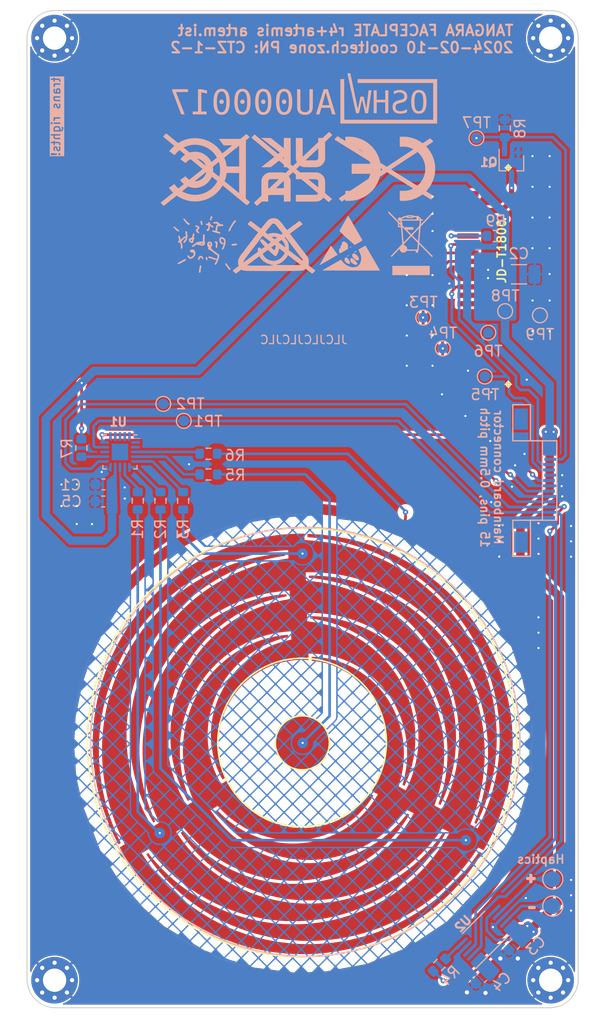
<source format=kicad_pcb>
(kicad_pcb (version 20221018) (generator pcbnew)

  (general
    (thickness 1.6)
  )

  (paper "A4")
  (title_block
    (comment 4 "AISLER Project ID: UHMYFJNI")
  )

  (layers
    (0 "F.Cu" signal)
    (31 "B.Cu" signal)
    (32 "B.Adhes" user "B.Adhesive")
    (33 "F.Adhes" user "F.Adhesive")
    (34 "B.Paste" user)
    (35 "F.Paste" user)
    (36 "B.SilkS" user "B.Silkscreen")
    (37 "F.SilkS" user "F.Silkscreen")
    (38 "B.Mask" user)
    (39 "F.Mask" user)
    (40 "Dwgs.User" user "User.Drawings")
    (41 "Cmts.User" user "User.Comments")
    (42 "Eco1.User" user "User.Eco1")
    (43 "Eco2.User" user "User.Eco2")
    (44 "Edge.Cuts" user)
    (45 "Margin" user)
    (46 "B.CrtYd" user "B.Courtyard")
    (47 "F.CrtYd" user "F.Courtyard")
    (48 "B.Fab" user)
    (49 "F.Fab" user)
    (50 "User.1" user)
    (51 "User.2" user)
    (52 "User.3" user)
    (53 "User.4" user)
    (54 "User.5" user)
    (55 "User.6" user)
    (56 "User.7" user)
    (57 "User.8" user)
    (58 "User.9" user)
  )

  (setup
    (stackup
      (layer "F.SilkS" (type "Top Silk Screen"))
      (layer "F.Paste" (type "Top Solder Paste"))
      (layer "F.Mask" (type "Top Solder Mask") (thickness 0.01))
      (layer "F.Cu" (type "copper") (thickness 0.035))
      (layer "dielectric 1" (type "core") (thickness 1.51) (material "FR4") (epsilon_r 4.5) (loss_tangent 0.02))
      (layer "B.Cu" (type "copper") (thickness 0.035))
      (layer "B.Mask" (type "Bottom Solder Mask") (thickness 0.01))
      (layer "B.Paste" (type "Bottom Solder Paste"))
      (layer "B.SilkS" (type "Bottom Silk Screen"))
      (copper_finish "None")
      (dielectric_constraints no)
    )
    (pad_to_mask_clearance 0)
    (pcbplotparams
      (layerselection 0x00010fc_ffffffff)
      (plot_on_all_layers_selection 0x0000000_00000000)
      (disableapertmacros false)
      (usegerberextensions true)
      (usegerberattributes true)
      (usegerberadvancedattributes true)
      (creategerberjobfile true)
      (dashed_line_dash_ratio 12.000000)
      (dashed_line_gap_ratio 3.000000)
      (svgprecision 6)
      (plotframeref false)
      (viasonmask false)
      (mode 1)
      (useauxorigin false)
      (hpglpennumber 1)
      (hpglpenspeed 20)
      (hpglpendiameter 15.000000)
      (dxfpolygonmode true)
      (dxfimperialunits true)
      (dxfusepcbnewfont true)
      (psnegative false)
      (psa4output false)
      (plotreference true)
      (plotvalue true)
      (plotinvisibletext false)
      (sketchpadsonfab false)
      (subtractmaskfromsilk true)
      (outputformat 1)
      (mirror false)
      (drillshape 0)
      (scaleselection 1)
      (outputdirectory "./gerbers2/")
    )
  )

  (net 0 "")
  (net 1 "Net-(U2-REG)")
  (net 2 "Net-(J2-Pin_1)")
  (net 3 "Net-(SW2-Pin_1)")
  (net 4 "GND")
  (net 5 "+3V3")
  (net 6 "/SCL")
  (net 7 "/SDA")
  (net 8 "/TOUCH_INT")
  (net 9 "/PICO")
  (net 10 "Net-(LCD1-RESET)")
  (net 11 "/SCLK")
  (net 12 "/CS")
  (net 13 "/RS")
  (net 14 "/LED_ENABLE")
  (net 15 "Net-(SW2-Pin_2)")
  (net 16 "Net-(SW2-Pin_3)")
  (net 17 "Net-(LCD1-LEDK)")
  (net 18 "Net-(J1-Pin_1)")
  (net 19 "Net-(U1-KEY0)")
  (net 20 "Net-(SW1-Pin_1)")
  (net 21 "Net-(U1-KEY1)")
  (net 22 "Net-(SW3-Pin_1)")
  (net 23 "Net-(U1-KEY2)")
  (net 24 "Net-(U2-EN)")
  (net 25 "Net-(U1-KEY3)")
  (net 26 "Net-(U1-KEY4)")
  (net 27 "Net-(U1-~{RESET})")
  (net 28 "unconnected-(U1-KEY6-Pad1)")
  (net 29 "unconnected-(U1-KEY5-Pad2)")
  (net 30 "unconnected-(U1-NC-Pad13)")
  (net 31 "unconnected-(U1-KEY11-Pad16)")
  (net 32 "unconnected-(U1-KEY10-Pad17)")
  (net 33 "unconnected-(U1-KEY9-Pad18)")
  (net 34 "unconnected-(U1-KEY8-Pad19)")
  (net 35 "unconnected-(U1-KEY7-Pad20)")

  (footprint "faceplate-footprints:qtouch-wheel" (layer "F.Cu") (at 157.687776 117.890948 -148))

  (footprint "faceplate-footprints:qtouch-guard" (layer "F.Cu") (at 157.7 117.885573 -10))

  (footprint "MountingHole:MountingHole_2.2mm_M2_Pad_Via" (layer "F.Cu") (at 134.3 140.2))

  (footprint "MountingHole:MountingHole_2.2mm_M2_Pad_Via" (layer "F.Cu") (at 134.3 51.25))

  (footprint "faceplate-footprints:qtouch-button" (layer "F.Cu") (at 157.7 117.8))

  (footprint "MountingHole:MountingHole_2.2mm_M2_Pad_Via" (layer "F.Cu") (at 181.1 51.25))

  (footprint "faceplate-footprints:JD-T1800" (layer "F.Cu") (at 160.199674 71.131556 90))

  (footprint "MountingHole:MountingHole_2.2mm_M2_Pad_Via" (layer "F.Cu") (at 181.1 140.2))

  (footprint "Resistor_SMD:R_0603_1608Metric" (layer "B.Cu") (at 148.811943 90.492976 180))

  (footprint "footprints:oshwa-cert" (layer "B.Cu")
    (tstamp 0efe2e21-be9b-4968-94bd-c6302fb66314)
    (at 157.889132 56.948653 180)
    (attr board_only exclude_from_pos_files exclude_from_bom)
    (fp_text reference "G***" (at 0 0) (layer "B.SilkS") hide
        (effects (font (size 1.5 1.5) (thickness 0.3)) (justify mirror))
      (tstamp 7475cf8c-a45b-45a4-9aca-d3a1d614bf0b)
    )
    (fp_text value "LOGO" (at 0.75 0) (layer "B.SilkS") hide
        (effects (font (size 1.5 1.5) (thickness 0.3)) (justify mirror))
      (tstamp 68d40912-2460-4daa-847d-21071157a31b)
    )
    (fp_poly
      (pts
        (xy -7.603911 0.325283)
        (xy -7.603911 -0.11892)
        (xy -7.20168 -0.11892)
        (xy -6.799449 -0.11892)
        (xy -6.799449 0.325283)
        (xy -6.799449 0.769485)
        (xy -6.656045 0.769485)
        (xy -6.512641 0.769485)
        (xy -6.512641 -0.311291)
        (xy -6.512641 -1.392068)
        (xy -6.656 -1.392068)
        (xy -6.799358 -1.392068)
        (xy -6.801153 -0.879661)
        (xy -6.802947 -0.367254)
        (xy -7.203429 -0.365448)
        (xy -7.603911 -0.363642)
        (xy -7.603911 -0.877855)
        (xy -7.603911 -1.392068)
        (xy -7.750813 -1.392068)
        (xy -7.897714 -1.392068)
        (xy -7.897714 -0.311291)
        (xy -7.897714 0.769485)
        (xy -7.750813 0.769485)
        (xy -7.603911 0.769485)
      )

      (stroke (width 0) (type solid)) (fill solid) (layer "B.SilkS") (tstamp 1b1b8f51-b395-4d88-b8f2-dba3c17db507))
    (fp_poly
      (pts
        (xy 1.993324 -0.106062)
        (xy 2.035363 -0.122924)
        (xy 2.078183 -0.153449)
        (xy 2.110862 -0.191633)
        (xy 2.133126 -0.235361)
        (xy 2.144704 -0.282519)
        (xy 2.145322 -0.330993)
        (xy 2.134707 -0.37867)
        (xy 2.112587 -0.423434)
        (xy 2.079211 -0.462691)
        (xy 2.034945 -0.494397)
        (xy 1.985358 -0.51343)
        (xy 1.931954 -0.519332)
        (xy 1.901821 -0.516862)
        (xy 1.851568 -0.503043)
        (xy 1.80736 -0.478277)
        (xy 1.771229 -0.444201)
        (xy 1.745209 -0.40245)
        (xy 1.738559 -0.385411)
        (xy 1.729924 -0.343711)
        (xy 1.728816 -0.297617)
        (xy 1.734943 -0.252772)
        (xy 1.747347 -0.216156)
        (xy 1.776112 -0.172443)
        (xy 1.815084 -0.136028)
        (xy 1.852759 -0.113607)
        (xy 1.896485 -0.100452)
        (xy 1.944743 -0.098008)
      )

      (stroke (width 0) (type solid)) (fill solid) (layer "B.SilkS") (tstamp 2d7f64a2-1067-4e7c-b17e-01f5811329be))
    (fp_poly
      (pts
        (xy 5.921188 -0.105238)
        (xy 5.967032 -0.124476)
        (xy 6.007638 -0.154451)
        (xy 6.040976 -0.194426)
        (xy 6.056583 -0.222763)
        (xy 6.071705 -0.271276)
        (xy 6.07512 -0.323041)
        (xy 6.066786 -0.373744)
        (xy 6.058386 -0.396925)
        (xy 6.032847 -0.43845)
        (xy 5.997189 -0.47284)
        (xy 5.954063 -0.498674)
        (xy 5.90612 -0.514534)
        (xy 5.85601 -0.519001)
        (xy 5.834095 -0.517012)
        (xy 5.782933 -0.503599)
        (xy 5.739369 -0.479232)
        (xy 5.71733 -0.460302)
        (xy 5.686228 -0.421988)
        (xy 5.666917 -0.378622)
        (xy 5.65855 -0.328075)
        (xy 5.658048 -0.311425)
        (xy 5.663994 -0.255602)
        (xy 5.681953 -0.206353)
        (xy 5.711417 -0.164532)
        (xy 5.751875 -0.130993)
        (xy 5.772512 -0.119338)
        (xy 5.8219 -0.10193)
        (xy 5.872135 -0.097477)
      )

      (stroke (width 0) (type solid)) (fill solid) (layer "B.SilkS") (tstamp ed2cf7b5-86df-4744-b2dd-2bf504c95823))
    (fp_poly
      (pts
        (xy 7.896391 -0.108866)
        (xy 7.943321 -0.131456)
        (xy 7.97807 -0.159259)
        (xy 8.00954 -0.199229)
        (xy 8.030049 -0.244638)
        (xy 8.039638 -0.293044)
        (xy 8.038346 -0.342007)
        (xy 8.026213 -0.389087)
        (xy 8.003281 -0.431843)
        (xy 7.973042 -0.464952)
        (xy 7.92959 -0.493324)
        (xy 7.879847 -0.51094)
        (xy 7.827098 -0.517247)
        (xy 7.774628 -0.511692)
        (xy 7.746491 -0.503154)
        (xy 7.70347 -0.4797)
        (xy 7.669171 -0.447051)
        (xy 7.643994 -0.407261)
        (xy 7.628338 -0.36238)
        (xy 7.622603 -0.314461)
        (xy 7.627188 -0.265557)
        (xy 7.642494 -0.217718)
        (xy 7.66892 -0.172998)
        (xy 7.679629 -0.159864)
        (xy 7.698068 -0.143509)
        (xy 7.723433 -0.126656)
        (xy 7.744374 -0.115735)
        (xy 7.794517 -0.100558)
        (xy 7.845989 -0.098417)
      )

      (stroke (width 0) (type solid)) (fill solid) (layer "B.SilkS") (tstamp b886266d-e2f4-41a8-99cb-a01383100d68))
    (fp_poly
      (pts
        (xy 3.910181 -0.099364)
        (xy 3.964242 -0.108105)
        (xy 4.010264 -0.127966)
        (xy 4.049446 -0.159559)
        (xy 4.066177 -0.179071)
        (xy 4.094411 -0.22639)
        (xy 4.109175 -0.276864)
        (xy 4.110345 -0.329459)
        (xy 4.097799 -0.383141)
        (xy 4.092072 -0.397621)
        (xy 4.07389 -0.428693)
        (xy 4.047903 -0.459206)
        (xy 4.018366 -0.484797)
        (xy 3.992146 -0.500065)
        (xy 3.954554 -0.511583)
        (xy 3.912846 -0.517814)
        (xy 3.874346 -0.517755)
        (xy 3.868411 -0.517012)
        (xy 3.816225 -0.502729)
        (xy 3.770708 -0.477088)
        (xy 3.733603 -0.441296)
        (xy 3.712713 -0.409226)
        (xy 3.700755 -0.375153)
        (xy 3.694809 -0.33346)
        (xy 3.695033 -0.289232)
        (xy 3.701584 -0.247556)
        (xy 3.707145 -0.229626)
        (xy 3.731266 -0.184816)
        (xy 3.766391 -0.146554)
        (xy 3.810125 -0.117355)
        (xy 3.817356 -0.113877)
        (xy 3.839904 -0.104565)
        (xy 3.859719 -0.099679)
        (xy 3.882537 -0.098322)
      )

      (stroke (width 0) (type solid)) (fill solid) (layer "B.SilkS") (tstamp 074383d5-89c4-4767-af70-0818de9dbb68))
    (fp_poly
      (pts
        (xy -4.994657 1.647398)
        (xy -4.994657 1.462022)
        (xy -8.562269 1.462022)
        (xy -12.129882 1.462022)
        (xy -12.129882 -0.272817)
        (xy -12.129882 -2.007656)
        (xy -7.937348 -2.007656)
        (xy -3.744813 -2.007656)
        (xy -3.740159 -0.80621)
        (xy -3.739625 -0.663599)
        (xy -3.739108 -0.516335)
        (xy -3.738612 -0.365833)
        (xy -3.73814 -0.213508)
        (xy -3.737695 -0.060773)
        (xy -3.737282 0.090956)
        (xy -3.736903 0.240264)
        (xy -3.736562 0.385738)
        (xy -3.736262 0.525961)
        (xy -3.736007 0.659521)
        (xy -3.7358 0.785002)
        (xy -3.735645 0.900989)
        (xy -3.735545 1.006068)
        (xy -3.735503 1.098824)
        (xy -3.735502 1.114005)
        (xy -3.7355 1.832774)
        (xy -3.553622 1.832774)
        (xy -3.371743 1.832774)
        (xy -3.371743 -0.269319)
        (xy -3.371743 -2.371412)
        (xy -7.936188 -2.371412)
        (xy -12.500633 -2.371412)
        (xy -12.500633 -0.269319)
        (xy -12.500633 1.832774)
        (xy -8.747645 1.832774)
        (xy -4.994657 1.832774)
      )

      (stroke (width 0) (type solid)) (fill solid) (layer "B.SilkS") (tstamp 0ae21bd7-931b-4b7b-9452-183f25500a2d))
    (fp_poly
      (pts
        (xy 10.059267 -0.17838)
        (xy 10.059267 -1.231176)
        (xy 10.307601 -1.231176)
        (xy 10.555935 -1.231176)
        (xy 10.555935 -1.367584)
        (xy 10.555935 -1.503993)
        (xy 9.901873 -1.503993)
        (xy 9.24781 -1.503993)
        (xy 9.24781 -1.367584)
        (xy 9.24781 -1.231176)
        (xy 9.496144 -1.231176)
        (xy 9.744478 -1.231176)
        (xy 9.744478 -0.321313)
        (xy 9.744471 -0.189823)
        (xy 9.744444 -0.071622)
        (xy 9.744387 0.033992)
        (xy 9.744291 0.127722)
        (xy 9.744146 0.210268)
        (xy 9.743943 0.282332)
        (xy 9.743673 0.344618)
        (xy 9.743325 0.397825)
        (xy 9.742891 0.442657)
        (xy 9.742361 0.479816)
        (xy 9.741725 0.510002)
        (xy 9.740974 0.533918)
        (xy 9.740099 0.552265)
        (xy 9.739089 0.565747)
        (xy 9.737937 0.575064)
        (xy 9.736631 0.580918)
        (xy 9.735163 0.584011)
        (xy 9.733522 0.585045)
        (xy 9.732236 0.584911)
        (xy 9.720715 0.581969)
        (xy 9.697896 0.576544)
        (xy 9.665631 0.569052)
        (xy 9.625771 0.559907)
        (xy 9.580167 0.549527)
        (xy 9.53067 0.538325)
        (xy 9.479132 0.526718)
        (xy 9.427404 0.515121)
        (xy 9.377337 0.50395)
        (xy 9.330782 0.493621)
        (xy 9.289591 0.484548)
        (xy 9.255615 0.477147)
        (xy 9.230704 0.471834)
        (xy 9.216711 0.469024)
        (xy 9.214431 0.468687)
        (xy 9.211368 0.472184)
        (xy 9.209065 0.483556)
        (xy 9.207441 0.504122)
        (xy 9.20642 0.535201)
        (xy 9.205921 0.578111)
        (xy 9.205839 0.611957)
        (xy 9.205874 0.660104)
        (xy 9.206111 0.696092)
        (xy 9.206745 0.721755)
        (xy 9.207973 0.738925)
        (xy 9.20999 0.749435)
        (xy 9.212993 0.755118)
        (xy 9.217179 0.757806)
        (xy 9.221578 0.759049)
        (xy 9.231828 0.761378)
        (xy 9.25412 0.766338)
        (xy 9.286832 0.773569)
        (xy 9.328338 0.782714)
        (xy 9.377014 0.793416)
        (xy 9.431236 0.805316)
        (xy 9.489378 0.818056)
        (xy 9.492059 0.818643)
        (xy 9.7468 0.874415)
        (xy 9.903034 0.874415)
        (xy 10.059267 0.874415)
      )

      (stroke (width 0) (type solid)) (fill solid) (layer "B.SilkS") (tstamp 44ea6280-ac0a-40d3-aa94-eb85a113cf3f))
    (fp_poly
      (pts
        (xy 12.493638 0.801741)
        (xy 12.493638 0.729067)
        (xy 12.083704 -0.350738)
        (xy 12.038744 -0.469169)
        (xy 11.994998 -0.584406)
        (xy 11.952737 -0.695738)
        (xy 11.91223 -0.802452)
        (xy 11.873749 -0.903835)
        (xy 11.837564 -0.999174)
        (xy 11.803945 -1.087757)
        (xy 11.773163 -1.16887)
        (xy 11.745488 -1.241803)
        (xy 11.72119 -1.305841)
        (xy 11.70054 -1.360273)
        (xy 11.683809 -1.404385)
        (xy 11.671267 -1.437465)
        (xy 11.663184 -1.4588)
        (xy 11.659984 -1.467268)
        (xy 11.646199 -1.503993)
        (xy 11.478401 -1.503993)
        (xy 11.431838 -1.503785)
        (xy 11.390495 -1.503201)
        (xy 11.356237 -1.5023)
        (xy 11.33093 -1.501142)
        (xy 11.316439 -1.499786)
        (xy 11.313731 -1.498747)
        (xy 11.316946 -1.491165)
        (xy 11.324903 -1.471442)
        (xy 11.337274 -1.440419)
        (xy 11.353728 -1.398938)
        (xy 11.373936 -1.347839)
        (xy 11.397568 -1.287963)
        (xy 11.424294 -1.220152)
        (xy 11.453785 -1.145246)
        (xy 11.485711 -1.064086)
        (xy 11.519742 -0.977515)
        (xy 11.555549 -0.886372)
        (xy 11.592802 -0.791498)
        (xy 11.631171 -0.693735)
        (xy 11.670326 -0.593925)
        (xy 11.709939 -0.492907)
        (xy 11.749679 -0.391523)
        (xy 11.789216 -0.290614)
        (xy 11.828221 -0.191021)
        (xy 11.866364 -0.093586)
        (xy 11.903316 0.000852)
        (xy 11.938747 0.09145)
        (xy 11.972326 0.177367)
        (xy 12.003726 0.257764)
        (xy 12.032615 0.331797)
        (xy 12.058664 0.398628)
        (xy 12.081543 0.457413)
        (xy 12.100924 0.507313)
        (xy 12.116475 0.547486)
        (xy 12.127868 0.577092)
        (xy 12.134772 0.595288)
        (xy 12.136877 0.601227)
        (xy 12.131218 0.60272)
        (xy 12.114052 0.604034)
        (xy 12.085091 0.605174)
        (xy 12.044048 0.606144)
        (xy 11.990638 0.606946)
        (xy 11.924573 0.607586)
        (xy 11.845568 0.608065)
        (xy 11.753335 0.608389)
        (xy 11.647587 0.608561)
        (xy 11.570256 0.608593)
        (xy 11.003635 0.608593)
        (xy 11.003635 0.741504)
        (xy 11.003635 0.874415)
        (xy 11.748637 0.874415)
        (xy 12.493638 0.874415)
      )

      (stroke (width 0) (type solid)) (fill solid) (layer "B.SilkS") (tstamp 55cceb78-98ec-4751-b6df-63e727793591))
    (fp_poly
      (pts
        (xy -0.452647 -0.050716)
        (xy -0.452217 -0.191434)
        (xy -0.451762 -0.318741)
        (xy -0.451274 -0.433216)
        (xy -0.450747 -0.535439)
        (xy -0.450174 -0.625989)
        (xy -0.449548 -0.705446)
        (xy -0.448862 -0.774389)
        (xy -0.44811 -0.833397)
        (xy -0.447284 -0.88305)
        (xy -0.446377 -0.923928)
        (xy -0.445383 -0.95661)
        (xy -0.444295 -0.981675)
        (xy -0.443106 -0.999702)
        (xy -0.441809 -1.011272)
        (xy -0.441236 -1.014321)
        (xy -0.419857 -1.078215)
        (xy -0.386212 -1.135562)
        (xy -0.360332 -1.166776)
        (xy -0.318709 -1.205488)
        (xy -0.272778 -1.235484)
        (xy -0.218849 -1.258938)
        (xy -0.186342 -1.269293)
        (xy -0.157528 -1.276984)
        (xy -0.131635 -1.282137)
        (xy -0.10445 -1.285229)
        (xy -0.071761 -1.286737)
        (xy -0.029356 -1.287138)
        (xy -0.028807 -1.287138)
        (xy 0.048758 -1.283868)
        (xy 0.115843 -1.273595)
        (xy 0.174456 -1.255622)
        (xy 0.226606 -1.229254)
        (xy 0.274301 -1.193796)
        (xy 0.294313 -1.175213)
        (xy 0.335057 -1.128417)
        (xy 0.363983 -1.078845)
        (xy 0.383227 -1.022715)
        (xy 0.385224 -1.014321)
        (xy 0.386565 -1.005164)
        (xy 0.387796 -0.98962)
        (xy 0.388925 -0.967116)
        (xy 0.389959 -0.937083)
        (xy 0.390904 -0.89895)
        (xy 0.391767 -0.852146)
        (xy 0.392555 -0.796099)
        (xy 0.393275 -0.730239)
        (xy 0.393933 -0.653995)
        (xy 0.394537 -0.566797)
        (xy 0.395093 -0.468072)
        (xy 0.395607 -0.357251)
        (xy 0.396088 -0.233763)
        (xy 0.39654 -0.097037)
        (xy 0.396679 -0.050716)
        (xy 0.399399 0.874415)
        (xy 0.556759 0.874415)
        (xy 0.714118 0.874415)
        (xy 0.711636 -0.019237)
        (xy 0.711258 -0.150726)
        (xy 0.710886 -0.268998)
        (xy 0.710507 -0.374827)
        (xy 0.71011 -0.468984)
        (xy 0.709683 -0.552245)
        (xy 0.709214 -0.625382)
        (xy 0.708692 -0.689169)
        (xy 0.708104 -0.744379)
        (xy 0.707439 -0.791785)
        (xy 0.706686 -0.832161)
        (xy 0.705832 -0.866281)
        (xy 0.704866 -0.894917)
        (xy 0.703776 -0.918843)
        (xy 0.70255 -0.938832)
        (xy 0.701177 -0.955658)
        (xy 0.699644 -0.970095)
        (xy 0.69794 -0.982915)
        (xy 0.696881 -0.989837)
        (xy 0.67788 -1.080789)
        (xy 0.65123 -1.161899)
        (xy 0.628563 -1.212242)
        (xy 0.585042 -1.283205)
        (xy 0.530068 -1.347001)
        (xy 0.464521 -1.403071)
        (xy 0.389279 -1.450855)
        (xy 0.305221 -1.489795)
        (xy 0.213227 -1.51933)
        (xy 0.115423 -1.538726)
        (xy 0.079296 -1.54226)
        (xy 0.033667 -1.544343)
        (xy -0.017544 -1.545024)
        (xy -0.07042 -1.544353)
        (xy -0.121042 -1.542377)
        (xy -0.165491 -1.539147)
        (xy -0.199367 -1.534797)
        (xy -0.300282 -1.510934)
        (xy -0.393126 -1.476672)
        (xy -0.477223 -1.432354)
        (xy -0.551898 -1.378325)
        (xy -0.60328 -1.329542)
        (xy -0.640986 -1.284914)
        (xy -0.672868 -1.237324)
        (xy -0.699413 -1.185224)
        (xy -0.721111 -1.127065)
        (xy -0.73845 -1.0613)
        (xy -0.751919 -0.986379)
        (xy -0.762006 -0.900756)
        (xy -0.769133 -0.804051)
        (xy -0.770243 -0.777166)
        (xy -0.771286 -0.737195)
        (xy -0.772255 -0.685046)
        (xy -0.773143 -0.621624)
        (xy -0.773942 -0.547835)
        (xy -0.774646 -0.464585)
        (xy -0.775247 -0.372779)
        (xy -0.775737 -0.273324)
        (xy -0.776108 -0.167125)
        (xy -0.776355 -0.055089)
        (xy -0.776469 0.06188)
        (xy -0.776476 0.099684)
        (xy -0.77648 0.874415)
        (xy -0.615877 0.874415)
        (xy -0.455273 0.874415)
      )

      (stroke (width 0) (type solid)) (fill solid) (layer "B.SilkS") (tstamp 41dcebf9-1373-47e4-a02b-81c120e1801d))
    (fp_poly
      (pts
        (xy -10.704396 0.801112)
        (xy -10.613651 0.789603)
        (xy -10.531075 0.767765)
        (xy -10.455706 0.735281)
        (xy -10.386584 0.691831)
        (xy -10.332398 0.646392)
        (xy -10.276092 0.585483)
        (xy -10.226486 0.515084)
        (xy -10.183378 0.434662)
        (xy -10.146566 0.343687)
        (xy -10.115849 0.241629)
        (xy -10.091024 0.127955)
        (xy -10.071889 0.002135)
        (xy -10.065347 -0.055962)
        (xy -10.061857 -0.101488)
        (xy -10.059351 -0.157747)
        (xy -10.057809 -0.221751)
        (xy -10.057213 -0.29051)
        (xy -10.057543 -0.361035)
        (xy -10.05878 -0.430336)
        (xy -10.060905 -0.495423)
        (xy -10.063899 -0.553308)
        (xy -10.067744 -0.601001)
        (xy -10.068891 -0.611456)
        (xy -10.087541 -0.739887)
        (xy -10.111886 -0.855991)
        (xy -10.142147 -0.960319)
        (xy -10.178545 -1.053419)
        (xy -10.2213 -1.135841)
        (xy -10.270632 -1.208134)
        (xy -10.326763 -1.270847)
        (xy -10.338174 -1.281687)
        (xy -10.388973 -1.322656)
        (xy -10.447459 -1.359889)
        (xy -10.507332 -1.389434)
        (xy -10.514624 -1.392399)
        (xy -10.568803 -1.4094)
        (xy -10.63269 -1.422149)
        (xy -10.70259 -1.430403)
        (xy -10.77481 -1.433918)
        (xy -10.845652 -1.432449)
        (xy -10.911423 -1.425754)
        (xy -10.940678 -1.420493)
        (xy -11.027406 -1.396232)
        (xy -11.106346 -1.361615)
        (xy -11.177654 -1.316416)
        (xy -11.241482 -1.260411)
        (xy -11.297986 -1.193375)
        (xy -11.34732 -1.115081)
        (xy -11.389638 -1.025306)
        (xy -11.425094 -0.923825)
        (xy -11.453844 -0.810412)
        (xy -11.476041 -0.684842)
        (xy -11.483309 -0.629578)
        (xy -11.48889 -0.571878)
        (xy -11.493312 -0.503901)
        (xy -11.496499 -0.429321)
        (xy -11.498376 -0.35181)
        (xy -11.49868 -0.304296)
        (xy -11.194304 -0.304296)
        (xy -11.192727 -0.435019)
        (xy -11.187862 -0.552809)
        (xy -11.179553 -0.658368)
        (xy -11.167644 -0.752397)
        (xy -11.151978 -0.835599)
        (xy -11.1324 -0.908677)
        (xy -11.108752 -0.972331)
        (xy -11.080878 -1.027265)
        (xy -11.048623 -1.074181)
        (xy -11.014705 -1.111092)
        (xy -10.962121 -1.151431)
        (xy -10.902685 -1.180027)
        (xy -10.837618 -1.196558)
        (xy -10.768144 -1.200707)
        (xy -10.700649 -1.193171)
        (xy -10.637657 -1.175006)
        (xy -10.581858 -1.145816)
        (xy -10.532977 -1.105284)
        (xy -10.490737 -1.053096)
        (xy -10.454865 -0.988934)
        (xy -10.425084 -0.912482)
        (xy -10.409624 -0.859026)
        (xy -10.397558 -0.808353)
        (xy -10.387643 -0.757631)
        (xy -10.379662 -0.704713)
        (xy -10.373401 -0.647449)
        (xy -10.368643 -0.583692)
        (xy -10.365173 -0.511295)
        (xy -10.362776 -0.428108)
        (xy -10.361942 -0.383624)
        (xy -10.361373 -0.247926)
        (xy -10.364347 -0.125131)
        (xy -10.370997 -0.014574)
        (xy -10.381454 0.084411)
        (xy -10.395851 0.172488)
        (xy -10.414319 0.250324)
        (xy -10.436992 0.318583)
        (xy -10.464001 0.377931)
        (xy -10.495478 0.429033)
        (xy -10.531556 0.472555)
        (xy -10.532155 0.473176)
        (xy -10.580946 0.515141)
        (xy -10.63516 0.544953)
        (xy -10.69677 0.563622)
        (xy -10.716132 0.567069)
        (xy -10.777949 0.571387)
        (xy -10.840154 0.566243)
        (xy -10.899148 0.552333)
        (xy -10.951332 0.530352)
        (xy -10.972262 0.517582)
        (xy -11.015704 0.482095)
        (xy -11.053994 0.438634)
        (xy -11.087292 0.386603)
        (xy -11.115761 0.325404)
        (xy -11.13956 0.254441)
        (xy -11.158852 0.173117)
        (xy -11.173798 0.080835)
        (xy -11.184559 -0.023001)
        (xy -11.191296 -0.138989)
        (xy -11.19417 -0.267724)
        (xy -11.194304 -0.304296)
        (xy -11.49868 -0.304296)
        (xy -11.498867 -0.275041)
        (xy -11.497896 -0.202686)
        (xy -11.495387 -0.138417)
        (xy -11.493909 -0.115422)
        (xy -11.480308 0.022353)
        (xy -11.460607 0.147821)
        (xy -11.43467 0.261332)
        (xy -11.402365 0.363232)
        (xy -11.363559 0.453869)
        (xy -11.318116 0.533593)
        (xy -11.265904 0.602749)
        (xy -11.206789 0.661687)
        (xy -11.190083 0.675531)
        (xy -11.129054 0.718539)
        (xy -11.06519 0.751889)
        (xy -10.996284 0.776308)
        (xy -10.920127 0.792522)
        (xy -10.834514 0.801259)
        (xy -10.804269 0.802611)
      )

      (stroke (width 0) (type solid)) (fill solid) (layer "B.SilkS") (tstamp 8e6852d5-bd08-4c51-81ca-eeaa2f10db73))
    (fp_poly
      (pts
        (xy 5.958399 0.909919)
        (xy 6.012245 0.902631)
        (xy 6.056848 0.893849)
        (xy 6.096956 0.88225)
        (xy 6.137317 0.86651)
        (xy 6.17257 0.850247)
        (xy 6.250892 0.80505)
        (xy 6.321778 0.748783)
        (xy 6.385281 0.681332)
        (xy 6.44145 0.602584)
        (xy 6.490336 0.512426)
        (xy 6.531988 0.410744)
        (xy 6.566457 0.297427)
        (xy 6.593794 0.17236)
        (xy 6.614049 0.03543)
        (xy 6.627272 -0.113475)
        (xy 6.630738 -0.179543)
        (xy 6.634063 -0.346277)
        (xy 6.629535 -0.503821)
        (xy 6.617218 -0.651734)
        (xy 6.597174 -0.789575)
        (xy 6.569469 -0.916904)
        (xy 6.534166 -1.03328)
        (xy 6.491981 -1.13687)
        (xy 6.444238 -1.227329)
        (xy 6.391209 -1.305331)
        (xy 6.332046 -1.371685)
        (xy 6.265905 -1.427201)
        (xy 6.19194 -1.47269)
        (xy 6.109306 -1.50896)
        (xy 6.099917 -1.512328)
        (xy 6.043146 -1.527917)
        (xy 5.977225 -1.538805)
        (xy 5.906252 -1.544785)
        (xy 5.834328 -1.545648)
        (xy 5.76555 -1.541189)
        (xy 5.708179 -1.532122)
        (xy 5.61729 -1.506638)
        (xy 5.53554 -1.471153)
        (xy 5.46193 -1.424967)
        (xy 5.395457 -1.367379)
        (xy 5.335119 -1.29769)
        (xy 5.299189 -1.246304)
        (xy 5.254663 -1.168743)
        (xy 5.215809 -1.082262)
        (xy 5.182338 -0.985938)
        (xy 5.153959 -0.878848)
        (xy 5.130383 -0.760068)
        (xy 5.115452 -0.661057)
        (xy 5.111289 -0.62008)
        (xy 5.107943 -0.56759)
        (xy 5.10541 -0.506042)
        (xy 5.103691 -0.437891)
        (xy 5.102782 -0.36559)
        (xy 5.102779 -0.36355)
        (xy 5.422481 -0.36355)
        (xy 5.42352 -0.462243)
        (xy 5.426684 -0.550843)
        (xy 5.432132 -0.631242)
        (xy 5.440021 -0.70533)
        (xy 5.450509 -0.774998)
        (xy 5.463753 -0.842136)
        (xy 5.477305 -0.89866)
        (xy 5.506188 -0.992596)
        (xy 5.541053 -1.073915)
        (xy 5.581895 -1.142608)
        (xy 5.628708 -1.198667)
        (xy 5.681484 -1.242083)
        (xy 5.740218 -1.272848)
        (xy 5.771716 -1.283456)
        (xy 5.809239 -1.29012)
        (xy 5.854571 -1.292393)
        (xy 5.902513 -1.290504)
        (xy 5.947863 -1.284681)
        (xy 5.985422 -1.275153)
        (xy 5.988826 -1.2739)
        (xy 6.047352 -1.244204)
        (xy 6.100011 -1.202187)
        (xy 6.146833 -1.147785)
        (xy 6.187849 -1.080934)
        (xy 6.22309 -1.001569)
        (xy 6.252585 -0.909628)
        (xy 6.276365 -0.805045)
        (xy 6.29446 -0.687758)
        (xy 6.302206 -0.615588)
        (xy 6.309168 -0.519287)
        (xy 6.313196 -0.416033)
        (xy 6.314344 -0.309295)
        (xy 6.312664 -0.202541)
        (xy 6.308209 -0.099241)
        (xy 6.301033 -0.002862)
        (xy 6.291562 0.080447)
        (xy 6.272605 0.193303)
        (xy 6.248621 0.293328)
        (xy 6.219437 0.380814)
        (xy 6.184878 0.45605)
        (xy 6.14477 0.519329)
        (xy 6.098938 0.570942)
        (xy 6.047208 0.611179)
        (xy 5.989406 0.640333)
        (xy 5.948508 0.653474)
        (xy 5.884968 0.663469)
        (xy 5.820487 0.660455)
        (xy 5.786743 0.654009)
        (xy 5.723126 0.631992)
        (xy 5.665562 0.597391)
        (xy 5.614085 0.550252)
        (xy 5.568727 0.49062)
        (xy 5.529521 0.41854)
        (xy 5.4965 0.334057)
        (xy 5.469697 0.237217)
        (xy 5.463718 0.20986)
        (xy 5.454004 0.160837)
        (xy 5.44605 0.114937)
        (xy 5.439651 0.069823)
        (xy 5.434605 0.023157)
        (xy 5.430707 -0.027398)
        (xy 5.427753 -0.084181)
        (xy 5.425541 -0.149528)
        (xy 5.423866 -0.225778)
        (xy 5.42341 -0.252876)
        (xy 5.422481 -0.36355)
        (xy 5.102779 -0.36355)
        (xy 5.102683 -0.291595)
        (xy 5.103392 -0.218359)
        (xy 5.104907 -0.148336)
        (xy 5.107227 -0.083982)
        (xy 5.11035 -0.027751)
        (xy 5.114274 0.017904)
        (xy 5.115909 0.031479)
        (xy 5.136055 0.159215)
        (xy 5.160944 0.274787)
        (xy 5.190949 0.379325)
        (xy 5.226439 0.473954)
        (xy 5.267787 0.559801)
        (xy 5.315363 0.637995)
        (xy 5.315859 0.638723)
        (xy 5.374144 0.7124)
        (xy 5.44086 0.775164)
        (xy 5.515348 0.826736)
        (xy 5.596945 0.866839)
        (xy 5.684993 0.895192)
        (xy 5.77883 0.911518)
        (xy 5.877797 0.915537)
      )

      (stroke (width 0) (type solid)) (fill solid) (layer "B.SilkS") (tstamp ac65ec05-b92f-4e7c-ba46-adae3807a76c))
    (fp_poly
      (pts
        (xy -1.935487 0.874358)
        (xy -1.890549 0.874122)
        (xy -1.856507 0.873612)
        (xy -1.831815 0.872732)
        (xy -1.814925 0.871386)
        (xy -1.804291 0.869479)
        (xy -1.798366 0.866915)
        (xy -1.795601 0.863598)
        (xy -1.795074 0.862173)
        (xy -1.791573 0.850622)
        (xy -1.784305 0.826758)
        (xy -1.773523 0.791412)
        (xy -1.759482 0.745418)
        (xy -1.742438 0.689608)
        (xy -1.722645 0.624816)
        (xy -1.700356 0.551872)
        (xy -1.675828 0.471612)
        (xy -1.649315 0.384866)
        (xy -1.621071 0.292468)
        (xy -1.591351 0.195251)
        (xy -1.56041 0.094046)
        (xy -1.528502 -0.010312)
        (xy -1.495882 -0.116993)
        (xy -1.462805 -0.225161)
        (xy -1.429525 -0.333986)
        (xy -1.396296 -0.442635)
        (xy -1.363375 -0.550274)
        (xy -1.331015 -0.656071)
        (xy -1.29947 -0.759194)
        (xy -1.268997 -0.858809)
        (xy -1.239848 -0.954084)
        (xy -1.212279 -1.044187)
        (xy -1.186545 -1.128284)
        (xy -1.1629 -1.205543)
        (xy -1.141599 -1.275132)
        (xy -1.122896 -1.336216)
        (xy -1.107047 -1.387965)
        (xy -1.094305 -1.429545)
        (xy -1.084926 -1.460123)
        (xy -1.079163 -1.478867)
        (xy -1.077297 -1.484882)
        (xy -1.070924 -1.504245)
        (xy -1.236567 -1.50237)
        (xy -1.40221 -1.500495)
        (xy -1.489827 -1.192701)
        (xy -1.577444 -0.884907)
        (xy -1.99449 -0.883104)
        (xy -2.411535 -0.8813)
        (xy -2.443322 -0.995029)
        (xy -2.453968 -1.033175)
        (xy -2.467451 -1.08158)
        (xy -2.482876 -1.137018)
        (xy -2.499344 -1.196264)
        (xy -2.51596 -1.256095)
        (xy -2.52991 -1.306375)
        (xy -2.58471 -1.503993)
        (xy -2.75009 -1.503993)
        (xy -2.915469 -1.503993)
        (xy -2.884782 -1.40431)
        (xy -2.879325 -1.386546)
        (xy -2.870014 -1.356195)
        (xy -2.857093 -1.314045)
        (xy -2.840802 -1.260886)
        (xy -2.821384 -1.19751)
        (xy -2.79908 -1.124704)
        (xy -2.774133 -1.04326)
        (xy -2.746784 -0.953967)
        (xy -2.717276 -0.857614)
        (xy -2.685849 -0.754992)
        (xy -2.652747 -0.646891)
        (xy -2.643697 -0.617336)
        (xy -2.32932 -0.617336)
        (xy -2.328666 -0.620155)
        (xy -2.32587 -0.622507)
        (xy -2.319777 -0.624432)
        (xy -2.309227 -0.625974)
        (xy -2.293066 -0.627175)
        (xy -2.270134 -0.628077)
        (xy -2.239275 -0.628722)
        (xy -2.199331 -0.629152)
        (xy -2.149147 -0.62941)
        (xy -2.087563 -0.629537)
        (xy -2.013423 -0.629577)
        (xy -1.993666 -0.629578)
        (xy -1.915421 -0.629532)
        (xy -1.850059 -0.629371)
        (xy -1.796471 -0.629061)
        (xy -1.753549 -0.628568)
        (xy -1.720185 -0.62786)
        (xy -1.695271 -0.626903)
        (xy -1.677697 -0.625662)
        (xy -1.666358 -0.624105)
        (xy -1.660143 -0.622198)
        (xy -1.657945 -0.619907)
        (xy -1.65789 -0.619401)
        (xy -1.65972 -0.611585)
        (xy -1.664991 -0.591475)
        (xy -1.673376 -0.560252)
        (xy -1.684548 -0.519095)
        (xy -1.698179 -0.469184)
        (xy -1.713942 -0.4117)
        (xy -1.73151 -0.347822)
        (xy -1.750555 -0.278731)
        (xy -1.770751 -0.205606)
        (xy -1.791769 -0.129627)
        (xy -1.813282 -0.051975)
        (xy -1.834964 0.026172)
        (xy -1.856487 0.103632)
        (xy -1.877523 0.179226)
        (xy -1.897745 0.251774)
        (xy -1.916826 0.320095)
        (xy -1.934439 0.383011)
        (xy -1.950255 0.43934)
        (xy -1.963949 0.487903)
        (xy -1.975193 0.52752)
        (xy -1.983658 0.557012)
        (xy -1.989019 0.575197)
        (xy -1.990766 0.580612)
        (xy -1.993101 0.575373)
        (xy -1.998843 0.557804)
        (xy -2.007666 0.529058)
        (xy -2.019245 0.490287)
        (xy -2.033253 0.442646)
        (xy -2.049365 0.387288)
        (xy -2.067254 0.325365)
        (xy -2.086596 0.258031)
        (xy -2.107063 0.186438)
        (xy -2.12833 0.111741)
        (xy -2.150071 0.035091)
        (xy -2.17196 -0.042357)
        (xy -2.193672 -0.11945)
        (xy -2.21488 -0.195036)
        (xy -2.235258 -0.267961)
        (xy -2.254481 -0.337072)
        (xy -2.272223 -0.401217)
        (xy -2.288158 -0.45924)
        (xy -2.301959 -0.509991)
        (xy -2.313301 -0.552314)
        (xy -2.321859 -0.585059)
        (xy -2.327306 -0.60707)
        (xy -2.329316 -0.617195)
        (xy -2.32932 -0.617336)
        (xy -2.643697 -0.617336)
        (xy -2.618211 -0.5341)
        (xy -2.582482 -0.417409)
        (xy -2.545804 -0.297608)
        (xy -2.520546 -0.215106)
        (xy -2.186997 0.874415)
        (xy -1.992869 0.874415)
      )

      (stroke (width 0) (type solid)) (fill solid) (layer "B.SilkS") (tstamp c909da5b-71cd-40d4-a67f-521ba084cb7d))
    (fp_poly
      (pts
        (xy 3.961928 0.91281)
        (xy 4.048013 0.902429)
        (xy 4.127449 0.883323)
        (xy 4.172392 0.867101)
        (xy 4.254795 0.825318)
        (xy 4.329829 0.771659)
        (xy 4.397477 0.706153)
        (xy 4.457719 0.62883)
        (xy 4.510536 0.539717)
        (xy 4.55591 0.438844)
        (xy 4.593823 0.32624)
        (xy 4.624255 0.201934)
        (xy 4.633452 0.153897)
        (xy 4.65071 0.035429)
        (xy 4.662349 -0.092549)
        (xy 4.668399 -0.226749)
        (xy 4.668895 -0.363883)
        (xy 4.663869 -0.500664)
        (xy 4.653353 -0.633803)
        (xy 4.637381 -0.760013)
        (xy 4.623569 -0.839438)
        (xy 4.610467 -0.89635)
        (xy 4.592676 -0.959346)
        (xy 4.571676 -1.024006)
        (xy 4.548951 -1.085911)
        (xy 4.52598 -1.140641)
        (xy 4.514653 -1.164355)
        (xy 4.462859 -1.254121)
        (xy 4.404061 -1.331798)
        (xy 4.33815 -1.39747)
        (xy 4.265019 -1.451224)
        (xy 4.18456 -1.493143)
        (xy 4.096665 -1.523311)
        (xy 4.039796 -1.5359)
        (xy 4.000089 -1.540963)
        (xy 3.951681 -1.543992)
        (xy 3.898954 -1.544997)
        (xy 3.84629 -1.543993)
        (xy 3.798071 -1.54099)
        (xy 3.75868 -1.536001)
        (xy 3.753917 -1.535105)
        (xy 3.692367 -1.520389)
        (xy 3.636785 -1.501144)
        (xy 3.5851 -1.477609)
        (xy 3.537097 -1.451816)
        (xy 3.497233 -1.425562)
        (xy 3.460097 -1.394907)
        (xy 3.425793 -1.361585)
        (xy 3.366651 -1.292629)
        (xy 3.314368 -1.213597)
        (xy 3.268773 -1.124048)
        (xy 3.229692 -1.023539)
        (xy 3.196955 -0.91163)
        (xy 3.170388 -0.78788)
        (xy 3.150096 -0.654062)
        (xy 3.146295 -0.614699)
        (xy 3.14313 -0.564252)
        (xy 3.140614 -0.505168)
        (xy 3.138762 -0.43989)
        (xy 3.137586 -0.370864)
        (xy 3.137182 -0.312024)
        (xy 3.455759 -0.312024)
        (xy 3.457473 -0.44473)
        (xy 3.462845 -0.564957)
        (xy 3.47205 -0.673775)
        (xy 3.485265 -0.772256)
        (xy 3.502665 -0.86147)
        (xy 3.524425 -0.942488)
        (xy 3.55072 -1.016381)
        (xy 3.581726 -1.08422)
        (xy 3.582473 -1.085675)
        (xy 3.618313 -1.14342)
        (xy 3.661938 -1.19417)
        (xy 3.711291 -1.236163)
        (xy 3.764311 -1.267641)
        (xy 3.817334 -1.28647)
        (xy 3.85233 -1.291563)
        (xy 3.894802 -1.293147)
        (xy 3.938711 -1.29133)
        (xy 3.978017 -1.286219)
        (xy 3.990584 -1.28341)
        (xy 4.052138 -1.260635)
        (xy 4.107715 -1.225862)
        (xy 4.157385 -1.178972)
        (xy 4.201221 -1.119843)
        (xy 4.239293 -1.048355)
        (xy 4.271674 -0.964387)
        (xy 4.298435 -0.867819)
        (xy 4.319647 -0.758529)
        (xy 4.325805 -0.71702)
        (xy 4.335745 -0.628823)
        (xy 4.342989 -0.530419)
        (xy 4.347482 -0.42534)
        (xy 4.349167 -0.317119)
        (xy 4.34799 -0.209288)
        (xy 4.343893 -0.105378)
        (xy 4.336969 -0.010493)
        (xy 4.3224 0.109896)
        (xy 4.302178 0.218984)
        (xy 4.27641 0.316511)
        (xy 4.245207 0.402217)
        (xy 4.208679 0.47584)
        (xy 4.166935 0.537121)
        (xy 4.120084 0.585799)
        (xy 4.071852 0.619628)
        (xy 4.035105 0.636365)
        (xy 3.991478 0.650511)
        (xy 3.947011 0.660441)
        (xy 3.907746 0.66453)
        (xy 3.904909 0.664556)
        (xy 3.841859 0.65826)
        (xy 3.779338 0.640341)
        (xy 3.721059 0.61225)
        (xy 3.67074 0.575436)
        (xy 3.666378 0.571416)
        (xy 3.651156 0.554779)
        (xy 3.632204 0.530845)
        (xy 3.613136 0.504225)
        (xy 3.609437 0.498699)
        (xy 3.573057 0.435386)
        (xy 3.541818 0.363179)
        (xy 3.515605 0.281458)
        (xy 3.4943 0.189605)
        (xy 3.477785 0.087002)
        (xy 3.465943 -0.02697)
        (xy 3.458657 -0.15293)
        (xy 3.45581 -0.291496)
        (xy 3.455759 -0.312024)
        (xy 3.137182 -0.312024)
        (xy 3.137103 -0.300536)
        (xy 3.137324 -0.231349)
        (xy 3.138263 -0.16575)
        (xy 3.139936 -0.106182)
        (xy 3.142355 -0.055092)
        (xy 3.145534 -0.014924)
        (xy 3.146434 -0.006995)
        (xy 3.160879 0.098419)
        (xy 3.177009 0.192015)
        (xy 3.19536 0.275917)
        (xy 3.216465 0.352249)
        (xy 3.240859 0.423136)
        (xy 3.269077 0.490703)
        (xy 3.27463 0.502732)
        (xy 3.324734 0.596642)
        (xy 3.381378 0.678213)
        (xy 3.444672 0.747533)
        (xy 3.514723 0.804688)
        (xy 3.59164 0.849764)
        (xy 3.675531 0.882849)
        (xy 3.766506 0.904027)
        (xy 3.781245 0.90625)
        (xy 3.872052 0.914179)
      )

      (stroke (width 0) (type solid)) (fill solid) (layer "B.SilkS") (tstamp 7040c1e7-9358-4d4b-b1dd-12dec2396f02))
    (fp_poly
      (pts
        (xy 1.99122 0.913697)
        (xy 2.053706 0.906658)
        (xy 2.06255 0.905373)
        (xy 2.153853 0.885147)
        (xy 2.238601 0.852648)
        (xy 2.316662 0.808032)
        (xy 2.387903 0.751455)
        (xy 2.452191 0.683074)
        (xy 2.509394 0.603045)
        (xy 2.559379 0.511525)
        (xy 2.602015 0.408669)
        (xy 2.637167 0.294634)
        (xy 2.65834 0.202865)
        (xy 2.679279 0.077795)
        (xy 2.69401 -0.056157)
        (xy 2.702535 -0.195811)
        (xy 2.704851 -0.337989)
        (xy 2.700959 -0.479511)
        (xy 2.690857 -0.617197)
        (xy 2.674546 -0.747868)
        (xy 2.658556 -0.837791)
        (xy 2.628577 -0.960553)
        (xy 2.591026 -1.07198)
        (xy 2.545988 -1.171971)
        (xy 2.493548 -1.260425)
        (xy 2.433789 -1.33724)
        (xy 2.366796 -1.402313)
        (xy 2.292655 -1.455545)
        (xy 2.211449 -1.496833)
        (xy 2.123263 -1.526075)
        (xy 2.077609 -1.535961)
        (xy 2.046045 -1.540004)
        (xy 2.005227 -1.542816)
        (xy 1.959073 -1.54437)
        (xy 1.9115 -1.54464)
        (xy 1.866423 -1.5436)
        (xy 1.82776 -1.541222)
        (xy 1.801294 -1.537844)
        (xy 1.707192 -1.513862)
        (xy 1.621304 -1.478794)
        (xy 1.543904 -1.432778)
        (xy 1.475268 -1.375954)
        (xy 1.466866 -1.367643)
        (xy 1.420135 -1.316426)
        (xy 1.380227 -1.263166)
        (xy 1.343888 -1.20325)
        (xy 1.323484 -1.164269)
        (xy 1.291867 -1.095631)
        (xy 1.264519 -1.024071)
        (xy 1.240917 -0.94758)
        (xy 1.220537 -0.864146)
        (xy 1.202856 -0.771758)
        (xy 1.18735 -0.668404)
        (xy 1.18068 -0.615588)
        (xy 1.177253 -0.576985)
        (xy 1.17464 -0.526949)
        (xy 1.172826 -0.468013)
        (xy 1.171795 -0.40271)
        (xy 1.171533 -0.333574)
        (xy 1.171682 -0.312197)
        (xy 1.49342 -0.312197)
        (xy 1.493645 -0.379806)
        (xy 1.49437 -0.445193)
        (xy 1.495595 -0.506044)
        (xy 1.49732 -0.560042)
        (xy 1.499545 -0.604873)
        (xy 1.50227 -0.638223)
        (xy 1.50248 -0.640071)
        (xy 1.515361 -0.737293)
        (xy 1.53019 -0.822728)
        (xy 1.547501 -0.898507)
        (xy 1.567826 -0.966763)
        (xy 1.591699 -1.029627)
        (xy 1.610185 -1.070283)
        (xy 1.629429 -1.107918)
        (xy 1.647168 -1.137092)
        (xy 1.666663 -1.162499)
        (xy 1.691173 -1.188835)
        (xy 1.695587 -1.193258)
        (xy 1.748267 -1.238268)
        (xy 1.802462 -1.269731)
        (xy 1.85165 -1.28647)
        (xy 1.892042 -1.292286)
        (xy 1.939212 -1.293436)
        (xy 1.986914 -1.290131)
        (xy 2.0289 -1.282581)
        (xy 2.037154 -1.280246)
        (xy 2.095839 -1.256062)
        (xy 2.148701 -1.221384)
        (xy 2.195879 -1.175911)
        (xy 2.237511 -1.119337)
        (xy 2.273735 -1.051361)
        (xy 2.304691 -0.971677)
        (xy 2.330516 -0.879984)
        (xy 2.351349 -0.775976)
        (xy 2.367328 -0.659352)
        (xy 2.37847 -0.531644)
        (xy 2.383956 -0.413568)
        (xy 2.385089 -0.29374)
        (xy 2.382028 -0.174612)
        (xy 2.374936 -0.058632)
        (xy 2.363974 0.051749)
        (xy 2.349304 0.154081)
        (xy 2.331086 0.245913)
        (xy 2.325798 0.267731)
        (xy 2.298249 0.357992)
        (xy 2.264189 0.437244)
        (xy 2.223955 0.505165)
        (xy 2.177881 0.561429)
        (xy 2.126305 0.605712)
        (xy 2.069561 0.63769)
        (xy 2.007986 0.65704)
        (xy 1.941916 0.663437)
        (xy 1.916717 0.662479)
        (xy 1.851081 0.652371)
        (xy 1.791476 0.63182)
        (xy 1.737703 0.600513)
        (xy 1.689565 0.558142)
        (xy 1.646864 0.504394)
        (xy 1.609404 0.438959)
        (xy 1.576986 0.361526)
        (xy 1.549414 0.271784)
        (xy 1.526489 0.169423)
        (xy 1.508015 0.054131)
        (xy 1.502543 0.010493)
        (xy 1.499777 -0.021837)
        (xy 1.497508 -0.065835)
        (xy 1.495738 -0.119184)
        (xy 1.494466 -0.179571)
        (xy 1.493694 -0.24468)
        (xy 1.49342 -0.312197)
        (xy 1.171682 -0.312197)
        (xy 1.172023 -0.263137)
        (xy 1.173251 -0.193933)
        (xy 1.175202 -0.128495)
        (xy 1.177859 -0.069356)
        (xy 1.181208 -0.019048)
        (xy 1.184479 0.013991)
        (xy 1.205545 0.153905)
        (xy 1.233173 0.281548)
        (xy 1.267406 0.397028)
        (xy 1.308287 0.500455)
        (xy 1.355859 0.591936)
        (xy 1.410165 0.671579)
        (xy 1.47125 0.739495)
        (xy 1.47574 0.743774)
        (xy 1.546711 0.802189)
        (xy 1.622498 0.847717)
        (xy 1.704266 0.880922)
        (xy 1.793182 0.902367)
        (xy 1.80962 0.90496)
        (xy 1.875196 0.912858)
        (xy 1.933723 0.915767)
      )

      (stroke (width 0) (type solid)) (fill solid) (layer "B.SilkS") (tstamp b216a8ce-b314-4ba9-9743-bedbdbcf4952))
    (fp_poly
      (pts
        (xy 7.907846 0.911137)
        (xy 7.95012 0.90622)
        (xy 8.042915 0.886653)
        (xy 8.128704 0.855007)
        (xy 8.207455 0.811332)
        (xy 8.279134 0.755678)
        (xy 8.343709 0.688094)
        (xy 8.401149 0.608631)
        (xy 8.451419 0.517337)
        (xy 8.494488 0.414264)
        (xy 8.530324 0.29946)
        (xy 8.558893 0.172975)
        (xy 8.580164 0.03486)
        (xy 8.591249 -0.0756)
        (xy 8.593712 -0.118144)
        (xy 8.595311 -0.170926)
        (xy 8.596091 -0.231393)
        (xy 8.5961 -0.29699)
        (xy 8.595381 -0.365163)
        (xy 8.593981 -0.433359)
        (xy 8.591947 -0.499023)
        (xy 8.589324 -0.559601)
        (xy 8.586157 -0.612539)
        (xy 8.582492 -0.655283)
        (xy 8.580554 -0.67155)
        (xy 8.56662 -0.765541)
        (xy 8.551626 -0.848083)
        (xy 8.534892 -0.921712)
        (xy 8.515737 -0.988965)
        (xy 8.49348 -1.052377)
        (xy 8.46744 -1.114486)
        (xy 8.453804 -1.143734)
        (xy 8.408384 -1.228959)
        (xy 8.359477 -1.301766)
        (xy 8.305773 -1.36356)
        (xy 8.24596 -1.415744)
        (xy 8.178724 -1.459722)
        (xy 8.139053 -1.480463)
        (xy 8.091463 -1.502002)
        (xy 8.047747 -1.518055)
        (xy 8.004244 -1.529412)
        (xy 7.957293 -1.536861)
        (xy 7.903233 -1.54119)
        (xy 7.848747 -1.543012)
        (xy 7.784174 -1.54329)
        (xy 7.732629 -1.541362)
        (xy 7.693319 -1.53719)
        (xy 7.684357 -1.535607)
        (xy 7.59639 -1.511964)
        (xy 7.513621 -1.477064)
        (xy 7.437869 -1.431922)
        (xy 7.370953 -1.377555)
        (xy 7.335881 -1.341019)
        (xy 7.282053 -1.272306)
        (xy 7.23482 -1.196949)
        (xy 7.193762 -1.11384)
        (xy 7.158456 -1.02187)
        (xy 7.128483 -0.919931)
        (xy 7.103423 -0.806913)
        (xy 7.082855 -0.681709)
        (xy 7.081184 -0.669617)
        (xy 7.077267 -0.631616)
        (xy 7.074068 -0.581986)
        (xy 7.071588 -0.523071)
        (xy 7.069825 -0.457213)
        (xy 7.068781 -0.386757)
        (xy 7.068454 -0.314045)
        (xy 7.068478 -0.309637)
        (xy 7.386313 -0.309637)
        (xy 7.386567 -0.376377)
        (xy 7.387409 -0.440662)
        (xy 7.38884 -0.499754)
        (xy 7.390861 -0.550914)
        (xy 7.393472 -0.591402)
        (xy 7.393752 -0.594602)
        (xy 7.408151 -0.720481)
        (xy 7.427607 -0.833431)
        (xy 7.452214 -0.933606)
        (xy 7.482067 -1.021159)
        (xy 7.517261 -1.096243)
        (xy 7.557892 -1.159011)
        (xy 7.604055 -1.209616)
        (xy 7.655845 -1.248211)
        (xy 7.713356 -1.27495)
        (xy 7.776685 -1.289985)
        (xy 7.82804 -1.293673)
        (xy 7.861416 -1.292342)
        (xy 7.896198 -1.288415)
        (xy 7.92209 -1.283375)
        (xy 7.982178 -1.261345)
        (xy 8.036416 -1.227953)
        (xy 8.084934 -1.182969)
        (xy 8.127866 -1.126162)
        (xy 8.165342 -1.057302)
        (xy 8.197494 -0.976161)
        (xy 8.224455 -0.882508)
        (xy 8.246354 -0.776114)
        (xy 8.258391 -0.69661)
        (xy 8.266435 -0.62151)
        (xy 8.272373 -0.535842)
        (xy 8.276205 -0.442803)
        (xy 8.27793 -0.345592)
        (xy 8.277549 -0.247406)
        (xy 8.27506 -0.151443)
        (xy 8.270464 -0.060903)
        (xy 8.26376 0.021018)
        (xy 8.25846 0.066717)
        (xy 8.241136 0.176022)
        (xy 8.219721 0.272627)
        (xy 8.193916 0.357296)
        (xy 8.163424 0.430796)
        (xy 8.127945 0.493893)
        (xy 8.087181 0.547352)
        (xy 8.06043 0.574777)
        (xy 8.007981 0.614659)
        (xy 7.949942 0.642746)
        (xy 7.888224 0.65905)
        (xy 7.824741 0.663582)
        (xy 7.761404 0.656355)
        (xy 7.700129 0.63738)
        (xy 7.642826 0.60667)
        (xy 7.599208 0.571858)
        (xy 7.556714 0.524736)
        (xy 7.519249 0.468215)
        (xy 7.486598 0.40166)
        (xy 7.458546 0.324435)
        (xy 7.434877 0.235905)
        (xy 7.415377 0.135434)
        (xy 7.39983 0.022386)
        (xy 7.393855 -0.034976)
        (xy 7.391174 -0.072907)
        (xy 7.389078 -0.122077)
        (xy 7.387569 -0.179748)
        (xy 7.386647 -0.243181)
        (xy 7.386313 -0.309637)
        (xy 7.068478 -0.309637)
        (xy 7.068845 -0.24142)
        (xy 7.069954 -0.171227)
        (xy 7.071781 -0.105808)
        (xy 7.074325 -0.047507)
        (xy 7.077587 0.001333)
        (xy 7.0812 0.035733)
        (xy 7.103576 0.172733)
        (xy 7.131952 0.297301)
        (xy 7.166487 0.409717)
        (xy 7.207341 0.510262)
        (xy 7.254674 0.599217)
        (xy 7.308644 0.676862)
        (xy 7.369413 0.743478)
        (xy 7.437138 0.799347)
        (xy 7.511981 0.844749)
        (xy 7.551676 0.863421)
        (xy 7.631279 0.890683)
        (xy 7.718641 0.907881)
        (xy 7.811563 0.914778)
      )

      (stroke (width 0) (type solid)) (fill solid) (layer "B.SilkS") (tstamp a21db507-0d53-4529-bb42-dc8ec43b3030))
    (fp_poly
      (pts
        (xy -8.879347 0.799837)
        (xy -8.845191 0.798555)
        (xy -8.816248 0.796323)
        (xy -8.789592 0.792949)
        (xy -8.762299 0.788239)
        (xy -8.747293 0.785281)
        (xy -8.699492 0.774864)
        (xy -8.646886 0.762194)
        (xy -8.593063 0.748239)
        (xy -8.541615 0.733967)
        (xy -8.496133 0.720345)
        (xy -8.460205 0.708343)
        (xy -8.455591 0.70664)
        (xy -8.415368 0.691532)
        (xy -8.415368 0.544736)
        (xy -8.415368 0.39794)
        (xy -8.445098 0.416167)
        (xy -8.542229 0.469268)
        (xy -8.64195 0.511471)
        (xy -8.742815 0.542495)
        (xy -8.843375 0.562058)
        (xy -8.942182 0.569879)
        (xy -9.037786 0.565677)
        (xy -9.128741 0.549171)
        (xy -9.129296 0.549028)
        (xy -9.196554 0.525248)
        (xy -9.256962 0.491129)
        (xy -9.309022 0.447943)
        (xy -9.351232 0.396963)
        (xy -9.382092 0.33946)
        (xy -9.384924 0.332278)
        (xy -9.390889 0.313409)
        (xy -9.394845 0.291924)
        (xy -9.397138 0.264559)
        (xy -9.398111 0.228053)
        (xy -9.39821 0.206362)
        (xy -9.398007 0.168207)
        (xy -9.397063 0.140616)
        (xy -9.394872 0.120164)
        (xy -9.39093 0.103425)
        (xy -9.384732 0.086976)
        (xy -9.378618 0.073451)
        (xy -9.358922 0.0377)
        (xy -9.334531 0.006104)
        (xy -9.304206 -0.022012)
        (xy -9.266706 -0.047322)
        (xy -9.2
... [1072896 chars truncated]
</source>
